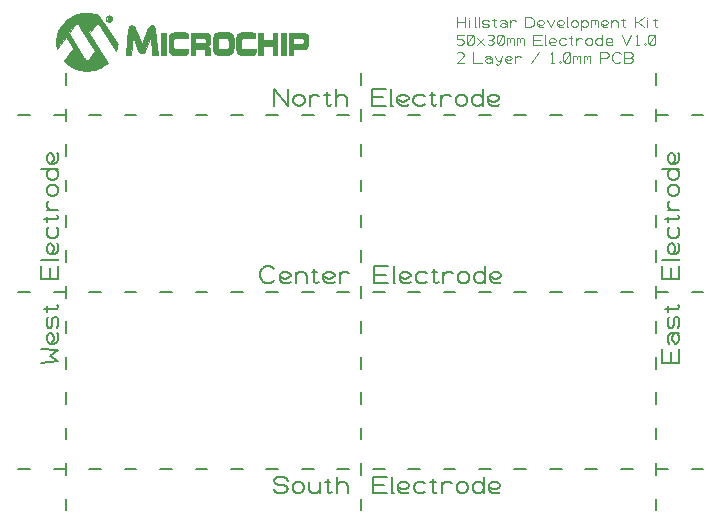
<source format=gbr>
G04 GENERATED BY PULSONIX 7.0 GERBER.DLL 4573*
%INHILLSTAR_50X30_EL_V1_0*%
%LNGERBER_SILKSCREEN_TOP*%
%FSLAX33Y33*%
%IPPOS*%
%LPD*%
%OFA0B0*%
%MOMM*%
%ADD15C,0.125*%
%ADD17C,0.200*%
%ADD1845C,0.010*%
X0Y0D02*
D02*
D15*
X137628Y147733D02*
X137628Y148615D01*
Y148174D02*
X138363Y148174D01*
Y147733D02*
X138363Y148615D01*
X138641Y147733D02*
X138641Y148321D01*
Y148541D02*
X138642Y148542D01*
X139252Y147733D02*
X139178Y147733D01*
Y148615*
X139564Y147733D02*
X139491Y147733D01*
Y148615*
X139803Y147806D02*
X139950Y147733D01*
X140244*
X140391Y147806*
Y147953*
X140244Y148027*
X139950*
X139803Y148100*
Y148247*
X139950Y148321*
X140244*
X140391Y148247*
X140653Y148321D02*
X140947Y148321D01*
X140800Y148468D02*
X140800Y147806D01*
X140874Y147733*
X140947*
X141021Y147806*
X141278Y148247D02*
X141425Y148321D01*
X141646*
X141793Y148247*
X141866Y148100*
Y147880*
X141793Y147806*
X141646Y147733*
X141499*
X141352Y147806*
X141278Y147880*
Y147953*
X141352Y148027*
X141499Y148100*
X141646*
X141793Y148027*
X141866Y147953*
Y147880D02*
X141866Y147733D01*
X142128D02*
X142128Y148321D01*
Y148100D02*
X142202Y148247D01*
X142349Y148321*
X142496*
X142643Y148247*
X143441Y147733D02*
X143441Y148615D01*
X143882*
X144029Y148541*
X144102Y148468*
X144176Y148321*
Y148027*
X144102Y147880*
X144029Y147806*
X143882Y147733*
X143441*
X145041Y147806D02*
X144968Y147733D01*
X144821*
X144674*
X144527Y147806*
X144453Y147953*
Y148174*
X144527Y148247*
X144674Y148321*
X144821*
X144968Y148247*
X145041Y148174*
Y148100*
X144968Y148027*
X144821Y147953*
X144674*
X144527Y148027*
X144453Y148100*
X145303Y148321D02*
X145597Y147733D01*
X145891Y148321*
X146741Y147806D02*
X146668Y147733D01*
X146521*
X146374*
X146227Y147806*
X146153Y147953*
Y148174*
X146227Y148247*
X146374Y148321*
X146521*
X146668Y148247*
X146741Y148174*
Y148100*
X146668Y148027*
X146521Y147953*
X146374*
X146227Y148027*
X146153Y148100*
X147077Y147733D02*
X147003Y147733D01*
Y148615*
X147316Y147953D02*
X147389Y147806D01*
X147536Y147733*
X147683*
X147830Y147806*
X147904Y147953*
Y148100*
X147830Y148247*
X147683Y148321*
X147536*
X147389Y148247*
X147316Y148100*
Y147953*
X148166Y148321D02*
X148166Y147512D01*
Y147953D02*
X148239Y147806D01*
X148386Y147733*
X148533*
X148680Y147806*
X148754Y147953*
Y148100*
X148680Y148247*
X148533Y148321*
X148386*
X148239Y148247*
X148166Y148100*
Y147953*
X149016Y147733D02*
X149016Y148321D01*
Y148247D02*
X149089Y148321D01*
X149236*
X149310Y148247*
Y148027*
Y148247D02*
X149383Y148321D01*
X149530*
X149604Y148247*
Y147733*
X150454Y147806D02*
X150380Y147733D01*
X150233*
X150086*
X149939Y147806*
X149866Y147953*
Y148174*
X149939Y148247*
X150086Y148321*
X150233*
X150380Y148247*
X150454Y148174*
Y148100*
X150380Y148027*
X150233Y147953*
X150086*
X149939Y148027*
X149866Y148100*
X150716Y147733D02*
X150716Y148321D01*
Y148100D02*
X150789Y148247D01*
X150936Y148321*
X151083*
X151230Y148247*
X151304Y148100*
Y147733*
X151566Y148321D02*
X151860Y148321D01*
X151713Y148468D02*
X151713Y147806D01*
X151786Y147733*
X151860*
X151933Y147806*
X152728Y147733D02*
X152728Y148615D01*
Y148174D02*
X152949Y148174D01*
X153463Y148615*
X152949Y148174D02*
X153463Y147733D01*
X153741D02*
X153741Y148321D01*
Y148541D02*
X153742Y148542D01*
X154278Y148321D02*
X154572Y148321D01*
X154425Y148468D02*
X154425Y147806D01*
X154499Y147733*
X154572*
X154646Y147806*
X137628Y146306D02*
X137775Y146233D01*
X137996*
X138143Y146306*
X138216Y146453*
Y146527*
X138143Y146674*
X137996Y146747*
X137628*
Y147115*
X138216*
X138552Y146306D02*
X138699Y146233D01*
X138846*
X138993Y146306*
X139066Y146453*
Y146894*
X138993Y147041*
X138846Y147115*
X138699*
X138552Y147041*
X138478Y146894*
Y146453*
X138552Y146306*
X138993Y147041*
X139328Y146233D02*
X139916Y146821D01*
Y146233D02*
X139328Y146821D01*
X140252Y146306D02*
X140399Y146233D01*
X140546*
X140693Y146306*
X140766Y146453*
X140693Y146600*
X140546Y146674*
X140399*
X140546D02*
X140693Y146747D01*
X140766Y146894*
X140693Y147041*
X140546Y147115*
X140399*
X140252Y147041*
X141102Y146306D02*
X141249Y146233D01*
X141396*
X141543Y146306*
X141616Y146453*
Y146894*
X141543Y147041*
X141396Y147115*
X141249*
X141102Y147041*
X141028Y146894*
Y146453*
X141102Y146306*
X141543Y147041*
X141878Y146233D02*
X141878Y146821D01*
Y146747D02*
X141952Y146821D01*
X142099*
X142172Y146747*
Y146527*
Y146747D02*
X142246Y146821D01*
X142393*
X142466Y146747*
Y146233*
X142728D02*
X142728Y146821D01*
Y146747D02*
X142802Y146821D01*
X142949*
X143022Y146747*
Y146527*
Y146747D02*
X143096Y146821D01*
X143243*
X143316Y146747*
Y146233*
X144116D02*
X144116Y147115D01*
X144851*
X144704Y146674D02*
X144116Y146674D01*
Y146233D02*
X144851Y146233D01*
X145202D02*
X145128Y146233D01*
Y147115*
X146029Y146306D02*
X145955Y146233D01*
X145808*
X145661*
X145514Y146306*
X145441Y146453*
Y146674*
X145514Y146747*
X145661Y146821*
X145808*
X145955Y146747*
X146029Y146674*
Y146600*
X145955Y146527*
X145808Y146453*
X145661*
X145514Y146527*
X145441Y146600*
X146879Y146747D02*
X146732Y146821D01*
X146511*
X146364Y146747*
X146291Y146600*
Y146453*
X146364Y146306*
X146511Y146233*
X146732*
X146879Y146306*
X147141Y146821D02*
X147435Y146821D01*
X147288Y146968D02*
X147288Y146306D01*
X147361Y146233*
X147435*
X147508Y146306*
X147766Y146233D02*
X147766Y146821D01*
Y146600D02*
X147839Y146747D01*
X147986Y146821*
X148133*
X148280Y146747*
X148541Y146453D02*
X148614Y146306D01*
X148761Y146233*
X148908*
X149055Y146306*
X149129Y146453*
Y146600*
X149055Y146747*
X148908Y146821*
X148761*
X148614Y146747*
X148541Y146600*
Y146453*
X149979Y146600D02*
X149905Y146747D01*
X149758Y146821*
X149611*
X149464Y146747*
X149391Y146600*
Y146453*
X149464Y146306*
X149611Y146233*
X149758*
X149905Y146306*
X149979Y146453*
Y146233D02*
X149979Y147115D01*
X150829Y146306D02*
X150755Y146233D01*
X150608*
X150461*
X150314Y146306*
X150241Y146453*
Y146674*
X150314Y146747*
X150461Y146821*
X150608*
X150755Y146747*
X150829Y146674*
Y146600*
X150755Y146527*
X150608Y146453*
X150461*
X150314Y146527*
X150241Y146600*
X151628Y147115D02*
X151996Y146233D01*
X152363Y147115*
X152788Y146233D02*
X153082Y146233D01*
X152935D02*
X152935Y147115D01*
X152788Y146968*
X153564Y146233D02*
X153638Y146306D01*
X153564Y146380*
X153491Y146306*
X153564Y146233*
X153952Y146306D02*
X154099Y146233D01*
X154246*
X154393Y146306*
X154466Y146453*
Y146894*
X154393Y147041*
X154246Y147115*
X154099*
X153952Y147041*
X153878Y146894*
Y146453*
X153952Y146306*
X154393Y147041*
X138216Y144733D02*
X137628Y144733D01*
X138143Y145247*
X138216Y145394*
X138143Y145541*
X137996Y145615*
X137775*
X137628Y145541*
X139016Y145615D02*
X139016Y144733D01*
X139751*
X140028Y145247D02*
X140175Y145321D01*
X140396*
X140543Y145247*
X140616Y145100*
Y144880*
X140543Y144806*
X140396Y144733*
X140249*
X140102Y144806*
X140028Y144880*
Y144953*
X140102Y145027*
X140249Y145100*
X140396*
X140543Y145027*
X140616Y144953*
Y144880D02*
X140616Y144733D01*
X140878Y145321D02*
X140952Y145027D01*
X141099Y144880*
X141246*
X141393Y145027*
X141466Y145321*
X141393Y145027D02*
X141319Y144733D01*
X141246Y144586*
X141099Y144512*
X140952Y144586*
X142316Y144806D02*
X142243Y144733D01*
X142096*
X141949*
X141802Y144806*
X141728Y144953*
Y145174*
X141802Y145247*
X141949Y145321*
X142096*
X142243Y145247*
X142316Y145174*
Y145100*
X142243Y145027*
X142096Y144953*
X141949*
X141802Y145027*
X141728Y145100*
X142578Y144733D02*
X142578Y145321D01*
Y145100D02*
X142652Y145247D01*
X142799Y145321*
X142946*
X143093Y145247*
X143891Y144733D02*
X144626Y145615D01*
X145588Y144733D02*
X145882Y144733D01*
X145735D02*
X145735Y145615D01*
X145588Y145468*
X146364Y144733D02*
X146438Y144806D01*
X146364Y144880*
X146291Y144806*
X146364Y144733*
X146752Y144806D02*
X146899Y144733D01*
X147046*
X147193Y144806*
X147266Y144953*
Y145394*
X147193Y145541*
X147046Y145615*
X146899*
X146752Y145541*
X146678Y145394*
Y144953*
X146752Y144806*
X147193Y145541*
X147528Y144733D02*
X147528Y145321D01*
Y145247D02*
X147602Y145321D01*
X147749*
X147822Y145247*
Y145027*
Y145247D02*
X147896Y145321D01*
X148043*
X148116Y145247*
Y144733*
X148378D02*
X148378Y145321D01*
Y145247D02*
X148452Y145321D01*
X148599*
X148672Y145247*
Y145027*
Y145247D02*
X148746Y145321D01*
X148893*
X148966Y145247*
Y144733*
X149766D02*
X149766Y145615D01*
X150280*
X150427Y145541*
X150501Y145394*
X150427Y145247*
X150280Y145174*
X149766*
X151513Y144880D02*
X151440Y144806D01*
X151293Y144733*
X151072*
X150925Y144806*
X150852Y144880*
X150778Y145027*
Y145321*
X150852Y145468*
X150925Y145541*
X151072Y145615*
X151293*
X151440Y145541*
X151513Y145468*
X152305Y145174D02*
X152452Y145100D01*
X152526Y144953*
X152452Y144806*
X152305Y144733*
X151791*
Y145615*
X152305*
X152452Y145541*
X152526Y145394*
X152452Y145247*
X152305Y145174*
X151791*
D02*
D17*
X100528Y110337D02*
X101528D01*
X103528D02*
X104528D01*
X106528D02*
X107528D01*
X109528D02*
X110528D01*
X112528D02*
X113528D01*
X115528D02*
X116528D01*
X118528D02*
X119528D01*
X121528D02*
X122528D01*
X124528D02*
X125528D01*
X127528D02*
X128528D01*
X130528D02*
X131528D01*
X133528D02*
X134528D01*
X136528D02*
X137528D01*
X139528D02*
X140528D01*
X142528D02*
X143528D01*
X145528D02*
X146528D01*
X148528D02*
X149528D01*
X151528D02*
X152528D01*
X154528D02*
X155528D01*
X157528D02*
X158528D01*
X100528Y125337D02*
X101528D01*
X103528D02*
X104528D01*
X106528D02*
X107528D01*
X109528D02*
X110528D01*
X112528D02*
X113528D01*
X115528D02*
X116528D01*
X118528D02*
X119528D01*
X121528D02*
X122528D01*
X124528D02*
X125528D01*
X127528D02*
X128528D01*
X130528D02*
X131528D01*
X133528D02*
X134528D01*
X136528D02*
X137528D01*
X139528D02*
X140528D01*
X142528D02*
X143528D01*
X145528D02*
X146528D01*
X148528D02*
X149528D01*
X151528D02*
X152528D01*
X154528D02*
X155528D01*
X157528D02*
X158528D01*
X100528Y140337D02*
X101528D01*
X103528D02*
X104528D01*
X106528D02*
X107528D01*
X109528D02*
X110528D01*
X112528D02*
X113528D01*
X115528D02*
X116528D01*
X118528D02*
X119528D01*
X121528D02*
X122528D01*
X124528D02*
X125528D01*
X127528D02*
X128528D01*
X130528D02*
X131528D01*
X133528D02*
X134528D01*
X136528D02*
X137528D01*
X139528D02*
X140528D01*
X142528D02*
X143528D01*
X145528D02*
X146528D01*
X148528D02*
X149528D01*
X151528D02*
X152528D01*
X154528D02*
X155528D01*
X157528D02*
X158528D01*
X102463Y119327D02*
X103875Y119445D01*
X103169Y119915*
X103875Y120386*
X102463Y120503*
X103758Y121888D02*
X103875Y121771D01*
Y121535*
Y121300*
X103758Y121065*
X103522Y120947*
X103169*
X103052Y121065*
X102934Y121300*
Y121535*
X103052Y121771*
X103169Y121888*
X103287*
X103405Y121771*
X103522Y121535*
Y121300*
X103405Y121065*
X103287Y120947*
X103758Y122307D02*
X103875Y122542D01*
Y123013*
X103758Y123248*
X103522*
X103405Y123013*
Y122542*
X103287Y122307*
X103052*
X102934Y122542*
Y123013*
X103052Y123248*
X102934Y123667D02*
X102934Y124138D01*
X102699Y123902D02*
X103758Y123902D01*
X103875Y124020*
Y124138*
X103758Y124255*
X103875Y126387D02*
X102463Y126387D01*
Y127563*
X103169Y127328D02*
X103169Y126387D01*
X103875D02*
X103875Y127563D01*
Y128125D02*
X103875Y128007D01*
X102463*
X103758Y129448D02*
X103875Y129331D01*
Y129095*
Y128860*
X103758Y128625*
X103522Y128507*
X103169*
X103052Y128625*
X102934Y128860*
Y129095*
X103052Y129331*
X103169Y129448*
X103287*
X103405Y129331*
X103522Y129095*
Y128860*
X103405Y128625*
X103287Y128507*
X103052Y130808D02*
X102934Y130573D01*
Y130220*
X103052Y129985*
X103287Y129867*
X103522*
X103758Y129985*
X103875Y130220*
Y130573*
X103758Y130808*
X102934Y131227D02*
X102934Y131698D01*
X102699Y131462D02*
X103758Y131462D01*
X103875Y131580*
Y131698*
X103758Y131815*
X103875Y132227D02*
X102934Y132227D01*
X103287D02*
X103052Y132345D01*
X102934Y132580*
Y132815*
X103052Y133051*
X103522Y133467D02*
X103758Y133585D01*
X103875Y133820*
Y134055*
X103758Y134291*
X103522Y134408*
X103287*
X103052Y134291*
X102934Y134055*
Y133820*
X103052Y133585*
X103287Y133467*
X103522*
X103287Y135768D02*
X103052Y135651D01*
X102934Y135415*
Y135180*
X103052Y134945*
X103287Y134827*
X103522*
X103758Y134945*
X103875Y135180*
Y135415*
X103758Y135651*
X103522Y135768*
X103875D02*
X102463Y135768D01*
X103758Y137128D02*
X103875Y137011D01*
Y136775*
Y136540*
X103758Y136305*
X103522Y136187*
X103169*
X103052Y136305*
X102934Y136540*
Y136775*
X103052Y137011*
X103169Y137128*
X103287*
X103405Y137011*
X103522Y136775*
Y136540*
X103405Y136305*
X103287Y136187*
X104528Y106837D02*
Y107837D01*
Y109837D02*
Y110837D01*
Y112837D02*
Y113837D01*
Y115837D02*
Y116837D01*
Y118837D02*
Y119837D01*
Y121837D02*
Y122837D01*
Y124837D02*
Y125837D01*
Y127837D02*
Y128837D01*
Y130837D02*
Y131837D01*
Y133837D02*
Y134837D01*
Y136837D02*
Y137837D01*
Y139837D02*
Y140837D01*
Y142837D02*
Y143837D01*
X129528Y106837D02*
Y107837D01*
Y109837D02*
Y110837D01*
Y112837D02*
Y113837D01*
Y115837D02*
Y116837D01*
Y118837D02*
Y119837D01*
Y121837D02*
Y122837D01*
Y124837D02*
Y125837D01*
Y127837D02*
Y128837D01*
Y130837D02*
Y131837D01*
Y133837D02*
Y134837D01*
Y136837D02*
Y137837D01*
Y139837D02*
Y140837D01*
Y142837D02*
Y143837D01*
X122195Y126325D02*
X122077Y126208D01*
X121842Y126090*
X121489*
X121253Y126208*
X121136Y126325*
X121018Y126561*
Y127031*
X121136Y127266*
X121253Y127384*
X121489Y127502*
X121842*
X122077Y127384*
X122195Y127266*
X123579Y126208D02*
X123462Y126090D01*
X123226*
X122991*
X122756Y126208*
X122638Y126443*
Y126796*
X122756Y126913*
X122991Y127031*
X123226*
X123462Y126913*
X123579Y126796*
Y126678*
X123462Y126561*
X123226Y126443*
X122991*
X122756Y126561*
X122638Y126678*
X123998Y126090D02*
X123998Y127031D01*
Y126678D02*
X124116Y126913D01*
X124351Y127031*
X124586*
X124822Y126913*
X124939Y126678*
Y126090*
X125358Y127031D02*
X125829Y127031D01*
X125593Y127266D02*
X125593Y126208D01*
X125711Y126090*
X125829*
X125946Y126208*
X127299D02*
X127182Y126090D01*
X126946*
X126711*
X126476Y126208*
X126358Y126443*
Y126796*
X126476Y126913*
X126711Y127031*
X126946*
X127182Y126913*
X127299Y126796*
Y126678*
X127182Y126561*
X126946Y126443*
X126711*
X126476Y126561*
X126358Y126678*
X127718Y126090D02*
X127718Y127031D01*
Y126678D02*
X127836Y126913D01*
X128071Y127031*
X128306*
X128542Y126913*
X130678Y126090D02*
X130678Y127502D01*
X131855*
X131619Y126796D02*
X130678Y126796D01*
Y126090D02*
X131855Y126090D01*
X132416D02*
X132298Y126090D01*
Y127502*
X133739Y126208D02*
X133622Y126090D01*
X133386*
X133151*
X132916Y126208*
X132798Y126443*
Y126796*
X132916Y126913*
X133151Y127031*
X133386*
X133622Y126913*
X133739Y126796*
Y126678*
X133622Y126561*
X133386Y126443*
X133151*
X132916Y126561*
X132798Y126678*
X135099Y126913D02*
X134864Y127031D01*
X134511*
X134276Y126913*
X134158Y126678*
Y126443*
X134276Y126208*
X134511Y126090*
X134864*
X135099Y126208*
X135518Y127031D02*
X135989Y127031D01*
X135753Y127266D02*
X135753Y126208D01*
X135871Y126090*
X135989*
X136106Y126208*
X136518Y126090D02*
X136518Y127031D01*
Y126678D02*
X136636Y126913D01*
X136871Y127031*
X137106*
X137342Y126913*
X137758Y126443D02*
X137876Y126208D01*
X138111Y126090*
X138346*
X138582Y126208*
X138699Y126443*
Y126678*
X138582Y126913*
X138346Y127031*
X138111*
X137876Y126913*
X137758Y126678*
Y126443*
X140059Y126678D02*
X139942Y126913D01*
X139706Y127031*
X139471*
X139236Y126913*
X139118Y126678*
Y126443*
X139236Y126208*
X139471Y126090*
X139706*
X139942Y126208*
X140059Y126443*
Y126090D02*
X140059Y127502D01*
X141419Y126208D02*
X141302Y126090D01*
X141066*
X140831*
X140596Y126208*
X140478Y126443*
Y126796*
X140596Y126913*
X140831Y127031*
X141066*
X141302Y126913*
X141419Y126796*
Y126678*
X141302Y126561*
X141066Y126443*
X140831*
X140596Y126561*
X140478Y126678*
X122138Y108643D02*
X122256Y108408D01*
X122491Y108290*
X122962*
X123197Y108408*
X123315Y108643*
X123197Y108878*
X122962Y108996*
X122491*
X122256Y109113*
X122138Y109349*
X122256Y109584*
X122491Y109702*
X122962*
X123197Y109584*
X123315Y109349*
X123758Y108643D02*
X123876Y108408D01*
X124111Y108290*
X124346*
X124582Y108408*
X124699Y108643*
Y108878*
X124582Y109113*
X124346Y109231*
X124111*
X123876Y109113*
X123758Y108878*
Y108643*
X125118Y109231D02*
X125118Y108643D01*
X125236Y108408*
X125471Y108290*
X125706*
X125942Y108408*
X126059Y108643*
Y109231D02*
X126059Y108290D01*
X126478Y109231D02*
X126949Y109231D01*
X126713Y109466D02*
X126713Y108408D01*
X126831Y108290*
X126949*
X127066Y108408*
X127478Y108290D02*
X127478Y109702D01*
Y108878D02*
X127596Y109113D01*
X127831Y109231*
X128066*
X128302Y109113*
X128419Y108878*
Y108290*
X130558D02*
X130558Y109702D01*
X131735*
X131499Y108996D02*
X130558Y108996D01*
Y108290D02*
X131735Y108290D01*
X132296D02*
X132178Y108290D01*
Y109702*
X133619Y108408D02*
X133502Y108290D01*
X133266*
X133031*
X132796Y108408*
X132678Y108643*
Y108996*
X132796Y109113*
X133031Y109231*
X133266*
X133502Y109113*
X133619Y108996*
Y108878*
X133502Y108761*
X133266Y108643*
X133031*
X132796Y108761*
X132678Y108878*
X134979Y109113D02*
X134744Y109231D01*
X134391*
X134156Y109113*
X134038Y108878*
Y108643*
X134156Y108408*
X134391Y108290*
X134744*
X134979Y108408*
X135398Y109231D02*
X135869Y109231D01*
X135633Y109466D02*
X135633Y108408D01*
X135751Y108290*
X135869*
X135986Y108408*
X136398Y108290D02*
X136398Y109231D01*
Y108878D02*
X136516Y109113D01*
X136751Y109231*
X136986*
X137222Y109113*
X137638Y108643D02*
X137756Y108408D01*
X137991Y108290*
X138226*
X138462Y108408*
X138579Y108643*
Y108878*
X138462Y109113*
X138226Y109231*
X137991*
X137756Y109113*
X137638Y108878*
Y108643*
X139939Y108878D02*
X139822Y109113D01*
X139586Y109231*
X139351*
X139116Y109113*
X138998Y108878*
Y108643*
X139116Y108408*
X139351Y108290*
X139586*
X139822Y108408*
X139939Y108643*
Y108290D02*
X139939Y109702D01*
X141299Y108408D02*
X141182Y108290D01*
X140946*
X140711*
X140476Y108408*
X140358Y108643*
Y108996*
X140476Y109113*
X140711Y109231*
X140946*
X141182Y109113*
X141299Y108996*
Y108878*
X141182Y108761*
X140946Y108643*
X140711*
X140476Y108761*
X140358Y108878*
X122198Y141090D02*
X122198Y142502D01*
X123375Y141090*
Y142502*
X123818Y141443D02*
X123936Y141208D01*
X124171Y141090*
X124406*
X124642Y141208*
X124759Y141443*
Y141678*
X124642Y141913*
X124406Y142031*
X124171*
X123936Y141913*
X123818Y141678*
Y141443*
X125178Y141090D02*
X125178Y142031D01*
Y141678D02*
X125296Y141913D01*
X125531Y142031*
X125766*
X126002Y141913*
X126418Y142031D02*
X126889Y142031D01*
X126653Y142266D02*
X126653Y141208D01*
X126771Y141090*
X126889*
X127006Y141208*
X127418Y141090D02*
X127418Y142502D01*
Y141678D02*
X127536Y141913D01*
X127771Y142031*
X128006*
X128242Y141913*
X128359Y141678*
Y141090*
X130498D02*
X130498Y142502D01*
X131675*
X131439Y141796D02*
X130498Y141796D01*
Y141090D02*
X131675Y141090D01*
X132236D02*
X132118Y141090D01*
Y142502*
X133559Y141208D02*
X133442Y141090D01*
X133206*
X132971*
X132736Y141208*
X132618Y141443*
Y141796*
X132736Y141913*
X132971Y142031*
X133206*
X133442Y141913*
X133559Y141796*
Y141678*
X133442Y141561*
X133206Y141443*
X132971*
X132736Y141561*
X132618Y141678*
X134919Y141913D02*
X134684Y142031D01*
X134331*
X134096Y141913*
X133978Y141678*
Y141443*
X134096Y141208*
X134331Y141090*
X134684*
X134919Y141208*
X135338Y142031D02*
X135809Y142031D01*
X135573Y142266D02*
X135573Y141208D01*
X135691Y141090*
X135809*
X135926Y141208*
X136338Y141090D02*
X136338Y142031D01*
Y141678D02*
X136456Y141913D01*
X136691Y142031*
X136926*
X137162Y141913*
X137578Y141443D02*
X137696Y141208D01*
X137931Y141090*
X138166*
X138402Y141208*
X138519Y141443*
Y141678*
X138402Y141913*
X138166Y142031*
X137931*
X137696Y141913*
X137578Y141678*
Y141443*
X139879Y141678D02*
X139762Y141913D01*
X139526Y142031*
X139291*
X139056Y141913*
X138938Y141678*
Y141443*
X139056Y141208*
X139291Y141090*
X139526*
X139762Y141208*
X139879Y141443*
Y141090D02*
X139879Y142502D01*
X141239Y141208D02*
X141122Y141090D01*
X140886*
X140651*
X140416Y141208*
X140298Y141443*
Y141796*
X140416Y141913*
X140651Y142031*
X140886*
X141122Y141913*
X141239Y141796*
Y141678*
X141122Y141561*
X140886Y141443*
X140651*
X140416Y141561*
X140298Y141678*
X154528Y106837D02*
Y107837D01*
Y109837D02*
Y110837D01*
Y112837D02*
Y113837D01*
Y115837D02*
Y116837D01*
Y118837D02*
Y119837D01*
Y121837D02*
Y122837D01*
Y124837D02*
Y125837D01*
Y127837D02*
Y128837D01*
Y130837D02*
Y131837D01*
Y133837D02*
Y134837D01*
Y136837D02*
Y137837D01*
Y139837D02*
Y140837D01*
Y142837D02*
Y143837D01*
X156475Y119327D02*
X155063Y119327D01*
Y120503*
X155769Y120268D02*
X155769Y119327D01*
X156475D02*
X156475Y120503D01*
X155652Y120947D02*
X155534Y121182D01*
Y121535*
X155652Y121771*
X155887Y121888*
X156240*
X156358Y121771*
X156475Y121535*
Y121300*
X156358Y121065*
X156240Y120947*
X156122*
X156005Y121065*
X155887Y121300*
Y121535*
X156005Y121771*
X156122Y121888*
X156240D02*
X156475Y121888D01*
X156358Y122307D02*
X156475Y122542D01*
Y123013*
X156358Y123248*
X156122*
X156005Y123013*
Y122542*
X155887Y122307*
X155652*
X155534Y122542*
Y123013*
X155652Y123248*
X155534Y123667D02*
X155534Y124138D01*
X155299Y123902D02*
X156358Y123902D01*
X156475Y124020*
Y124138*
X156358Y124255*
X156475Y126387D02*
X155063Y126387D01*
Y127563*
X155769Y127328D02*
X155769Y126387D01*
X156475D02*
X156475Y127563D01*
Y128125D02*
X156475Y128007D01*
X155063*
X156358Y129448D02*
X156475Y129331D01*
Y129095*
Y128860*
X156358Y128625*
X156122Y128507*
X155769*
X155652Y128625*
X155534Y128860*
Y129095*
X155652Y129331*
X155769Y129448*
X155887*
X156005Y129331*
X156122Y129095*
Y128860*
X156005Y128625*
X155887Y128507*
X155652Y130808D02*
X155534Y130573D01*
Y130220*
X155652Y129985*
X155887Y129867*
X156122*
X156358Y129985*
X156475Y130220*
Y130573*
X156358Y130808*
X155534Y131227D02*
X155534Y131698D01*
X155299Y131462D02*
X156358Y131462D01*
X156475Y131580*
Y131698*
X156358Y131815*
X156475Y132227D02*
X155534Y132227D01*
X155887D02*
X155652Y132345D01*
X155534Y132580*
Y132815*
X155652Y133051*
X156122Y133467D02*
X156358Y133585D01*
X156475Y133820*
Y134055*
X156358Y134291*
X156122Y134408*
X155887*
X155652Y134291*
X155534Y134055*
Y133820*
X155652Y133585*
X155887Y133467*
X156122*
X155887Y135768D02*
X155652Y135651D01*
X155534Y135415*
Y135180*
X155652Y134945*
X155887Y134827*
X156122*
X156358Y134945*
X156475Y135180*
Y135415*
X156358Y135651*
X156122Y135768*
X156475D02*
X155063Y135768D01*
X156358Y137128D02*
X156475Y137011D01*
Y136775*
Y136540*
X156358Y136305*
X156122Y136187*
X155769*
X155652Y136305*
X155534Y136540*
Y136775*
X155652Y137011*
X155769Y137128*
X155887*
X156005Y137011*
X156122Y136775*
Y136540*
X156005Y136305*
X155887Y136187*
D02*
D1845*
X108243Y148705D02*
G75*
G03Y148139J-283D01*
G01*
G75*
G03Y148705J283*
G01*
X108242Y148658D02*
G75*
G03Y148186J-236D01*
G01*
G75*
G03Y148658J236*
G01*
X107960Y148422D02*
G36*
G75*
G03X108243Y148139I283D01*
G01*
G75*
G03X108526Y148422J283*
G01*
X108478*
G75*
G02X108242Y148186I-236*
G01*
G75*
G02X108006Y148422J236*
G01*
X107960*
G37*
X108006D02*
G36*
G75*
G02X108242Y148658I236D01*
G01*
G75*
G02X108478Y148422J-236*
G01*
X108526*
G75*
G03X108243Y148705I-283*
G01*
G75*
G03X107960Y148422J-283*
G01*
X108006*
G37*
X108374Y148267D02*
X108284Y148407D01*
X108324Y148417*
X108349Y148432*
X108364Y148462*
X108369Y148497*
X108364Y148532*
X108344Y148562*
X108309Y148577*
X108259Y148582*
X108134*
Y148267*
X108179*
Y148402*
X108239*
X108319Y148267*
X108374*
X108314Y148497D02*
X108309Y148477D01*
X108294Y148462*
X108274Y148447*
X108239Y148442*
X108179*
Y148547*
X108249*
X108279Y148542*
X108299Y148532*
X108314Y148517*
Y148497*
X108134Y148495D02*
G36*
Y148267D01*
X108179*
Y148402*
X108239*
X108319Y148267*
X108374*
X108284Y148407*
X108324Y148417*
X108349Y148432*
X108364Y148462*
X108369Y148495*
X108313*
X108309Y148477*
X108294Y148462*
X108274Y148447*
X108239Y148442*
X108179*
Y148495*
X108134*
G37*
X108179D02*
G36*
Y148547D01*
X108249*
X108279Y148542*
X108299Y148532*
X108314Y148517*
Y148497*
X108313Y148495*
X108369*
X108369Y148497*
X108364Y148532*
X108344Y148562*
X108309Y148577*
X108259Y148582*
X108134*
Y148495*
X108179*
G37*
X108924Y146312D02*
X108914Y146222D01*
X108904Y146142*
X108889Y146077*
X108879Y146027*
X108864Y145977*
X108844Y145912*
X108819Y145832*
X108789Y145737*
X107454Y147837*
X107424Y147877*
X107394Y147912*
X107364Y147942*
X107334Y147967*
X107274Y147997*
X107239Y148002*
X107209Y148007*
X107149Y147992*
X107094Y147962*
X107039Y147917*
X106984Y147847*
X106544Y147227*
X108109Y144747*
X107909Y144587*
X107804Y144512*
X107594Y144382*
X107484Y144327*
X107374Y144277*
X107144Y144187*
X107024Y144152*
X106904Y144122*
X106784Y144102*
X106659Y144082*
X106534Y144067*
X106274Y144057*
X106139Y144062*
X106009Y144067*
X105879Y144087*
X105754Y144107*
X105629Y144132*
X105509Y144167*
X105389Y144207*
X105269Y144257*
X105154Y144307*
X105044Y144367*
X104934Y144432*
X104824Y144502*
X104719Y144582*
X104614Y144667*
X104514Y144757*
X104414Y144852*
X105094Y145787*
X105114Y145827*
X105129Y145867*
X105139Y145957*
X105129Y145987*
X105114Y146027*
X105089Y146072*
X105059Y146127*
X104559Y146912*
X103824Y145877*
X103784Y146037*
X103754Y146202*
X103739Y146377*
X103734Y146552*
X103744Y146792*
X103759Y146907*
X103779Y147022*
X103804Y147132*
X103834Y147242*
X103874Y147352*
X103914Y147457*
X103964Y147557*
X104014Y147662*
X104074Y147757*
X104139Y147857*
X104209Y147952*
X104284Y148042*
X104454Y148222*
X104554Y148312*
X104654Y148397*
X104754Y148472*
X104859Y148547*
X104969Y148612*
X105084Y148672*
X105194Y148727*
X105314Y148777*
X105434Y148822*
X105559Y148857*
X105684Y148887*
X105814Y148917*
X105944Y148937*
X106079Y148952*
X106359Y148962*
X106479Y148957*
X106604Y148947*
X106729Y148927*
X106859Y148902*
X106989Y148867*
X107124Y148827*
X107259Y148777*
X107394Y148722*
X108924Y146312*
X107020Y145761D02*
X105700Y147846D01*
X105675Y147886*
X105645Y147921*
X105620Y147951*
X105560Y147991*
X105525Y148006*
X105495Y148011*
X105460Y148016*
X105405Y148006*
X105345Y147976*
X105290Y147926*
X105230Y147856*
X104790Y147236*
X106120Y145151*
X106150Y145106*
X106180Y145066*
X106205Y145031*
X106230Y145006*
X106255Y144986*
X106280Y144971*
X106305Y144961*
X106325Y144956*
X106395Y144966*
X106455Y144991*
X106510Y145036*
X106560Y145096*
X107020Y145761*
X104830Y146486D02*
G36*
X105059Y146127D01*
X105089Y146072*
X105114Y146027*
X105129Y145987*
X105139Y145957*
X105129Y145867*
X105114Y145827*
X105094Y145787*
X104414Y144852*
X104514Y144757*
X104614Y144667*
X104719Y144582*
X104824Y144502*
X104934Y144432*
X105044Y144367*
X105154Y144307*
X105269Y144257*
X105389Y144207*
X105509Y144167*
X105629Y144132*
X105754Y144107*
X105879Y144087*
X106009Y144067*
X106139Y144062*
X106274Y144057*
X106534Y144067*
X106659Y144082*
X106784Y144102*
X106904Y144122*
X107024Y144152*
X107144Y144187*
X107374Y144277*
X107484Y144327*
X107594Y144382*
X107804Y144512*
X107909Y144587*
X108109Y144747*
X107012Y146486*
X106561*
X107020Y145761*
X106560Y145096*
X106510Y145036*
X106455Y144991*
X106395Y144966*
X106325Y144956*
X106305Y144961*
X106280Y144971*
X106255Y144986*
X106230Y145006*
X106205Y145031*
X106180Y145066*
X106150Y145106*
X106120Y145151*
X105268Y146486*
X104830*
G37*
X105268D02*
G36*
X104790Y147236D01*
X105230Y147856*
X105290Y147926*
X105345Y147976*
X105405Y148006*
X105460Y148016*
X105495Y148011*
X105525Y148006*
X105560Y147991*
X105620Y147951*
X105645Y147921*
X105675Y147886*
X105700Y147846*
X106561Y146486*
X107012*
X106544Y147227*
X106984Y147847*
X107039Y147917*
X107094Y147962*
X107149Y147992*
X107209Y148007*
X107239Y148002*
X107274Y147997*
X107334Y147967*
X107364Y147942*
X107394Y147912*
X107424Y147877*
X107454Y147837*
X108789Y145737*
X108819Y145832*
X108844Y145912*
X108864Y145977*
X108879Y146027*
X108889Y146077*
X108904Y146142*
X108914Y146222*
X108924Y146312*
X107394Y148722*
X107259Y148777*
X107124Y148827*
X106989Y148867*
X106859Y148902*
X106729Y148927*
X106604Y148947*
X106479Y148957*
X106359Y148962*
X106079Y148952*
X105944Y148937*
X105814Y148917*
X105684Y148887*
X105559Y148857*
X105434Y148822*
X105314Y148777*
X105194Y148727*
X105084Y148672*
X104969Y148612*
X104859Y148547*
X104754Y148472*
X104654Y148397*
X104554Y148312*
X104454Y148222*
X104284Y148042*
X104209Y147952*
X104139Y147857*
X104074Y147757*
X104014Y147662*
X103964Y147557*
X103914Y147457*
X103874Y147352*
X103834Y147242*
X103804Y147132*
X103779Y147022*
X103759Y146907*
X103744Y146792*
X103734Y146552*
X103739Y146377*
X103754Y146202*
X103784Y146037*
X103824Y145877*
X104559Y146912*
X104830Y146486*
X105268*
G37*
X112329Y145422D02*
X111874D01*
X111744Y146992*
X111739*
X111259Y145737*
X111234Y145687*
X111209Y145647*
X111179Y145607*
X111144Y145577*
X111109Y145552*
X111069Y145537*
X111024Y145527*
X110974Y145522*
X110924Y145527*
X110879Y145537*
X110839Y145552*
X110804Y145577*
X110769Y145607*
X110739Y145647*
X110714Y145687*
X110689Y145737*
X110219Y146972*
X110214*
X110079Y145422*
X109614*
X109849Y147627*
X109859Y147677*
X109879Y147722*
X109904Y147767*
X109934Y147807*
X109974Y147847*
X110014Y147872*
X110059Y147887*
X110104Y147892*
X110164Y147887*
X110214Y147877*
X110264Y147857*
X110309Y147832*
X110349Y147797*
X110384Y147752*
X110414Y147707*
X110439Y147647*
X110974Y146307*
X110979*
X111509Y147647*
X111534Y147707*
X111604Y147797*
X111644Y147832*
X111684Y147857*
X111734Y147877*
X111784Y147887*
X111844Y147892*
X111889Y147887*
X111934Y147872*
X111974Y147842*
X112014Y147807*
X112044Y147762*
X112069Y147712*
X112089Y147662*
X112099Y147602*
X112329Y145422*
G36*
X111874*
X111744Y146992*
X111739*
X111259Y145737*
X111234Y145687*
X111209Y145647*
X111179Y145607*
X111144Y145577*
X111109Y145552*
X111069Y145537*
X111024Y145527*
X110974Y145522*
X110924Y145527*
X110879Y145537*
X110839Y145552*
X110804Y145577*
X110769Y145607*
X110739Y145647*
X110714Y145687*
X110689Y145737*
X110219Y146972*
X110214*
X110079Y145422*
X109614*
X109849Y147627*
X109859Y147677*
X109879Y147722*
X109904Y147767*
X109934Y147807*
X109974Y147847*
X110014Y147872*
X110059Y147887*
X110104Y147892*
X110164Y147887*
X110214Y147877*
X110264Y147857*
X110309Y147832*
X110349Y147797*
X110384Y147752*
X110414Y147707*
X110439Y147647*
X110974Y146307*
X110979*
X111509Y147647*
X111534Y147707*
X111604Y147797*
X111644Y147832*
X111684Y147857*
X111734Y147877*
X111784Y147887*
X111844Y147892*
X111889Y147887*
X111934Y147872*
X111974Y147842*
X112014Y147807*
X112044Y147762*
X112069Y147712*
X112089Y147662*
X112099Y147602*
X112329Y145422*
G37*
X112999D02*
X112574D01*
Y147287*
X112999*
Y145422*
G36*
X112574*
Y147287*
X112999*
Y145422*
G37*
X114899Y145882D02*
Y145812D01*
X114894Y145752*
X114889Y145697*
X114884Y145647*
X114879Y145607*
X114869Y145572*
X114859Y145542*
X114844Y145517*
X114824Y145492*
X114794Y145467*
X114764Y145447*
X114724Y145432*
X114679Y145417*
X114629Y145407*
X114569Y145402*
X113799*
X113674Y145407*
X113569Y145427*
X113484Y145462*
X113414Y145507*
X113374Y145552*
X113339Y145602*
X113309Y145662*
X113284Y145727*
X113264Y145802*
X113249Y145887*
X113244Y145977*
X113239Y146077*
Y146632*
X113244Y146722*
X113249Y146807*
X113259Y146887*
X113274Y146957*
X113294Y147017*
X113314Y147072*
X113344Y147122*
X113374Y147162*
X113409Y147197*
X113449Y147227*
X113494Y147252*
X113544Y147272*
X113604Y147287*
X113664Y147297*
X113729Y147307*
X114614*
X114664Y147302*
X114709Y147292*
X114749Y147272*
X114784Y147252*
X114814Y147227*
X114834Y147197*
X114854Y147162*
X114864Y147122*
X114874Y147067*
X114879Y146997*
X114884Y146917*
Y146817*
X113879*
X113804Y146812*
X113749Y146792*
X113704Y146757*
X113674Y146707*
X113659Y146662*
X113649Y146607*
X113644Y146537*
Y146192*
X113649Y146132*
X113654Y146082*
X113659Y146037*
X113669Y146002*
X113684Y145972*
X113699Y145947*
X113714Y145927*
X113744Y145907*
X113779Y145892*
X113819Y145882*
X114899*
G36*
Y145812*
X114894Y145752*
X114889Y145697*
X114884Y145647*
X114879Y145607*
X114869Y145572*
X114859Y145542*
X114844Y145517*
X114824Y145492*
X114794Y145467*
X114764Y145447*
X114724Y145432*
X114679Y145417*
X114629Y145407*
X114569Y145402*
X113799*
X113674Y145407*
X113569Y145427*
X113484Y145462*
X113414Y145507*
X113374Y145552*
X113339Y145602*
X113309Y145662*
X113284Y145727*
X113264Y145802*
X113249Y145887*
X113244Y145977*
X113239Y146077*
Y146632*
X113244Y146722*
X113249Y146807*
X113259Y146887*
X113274Y146957*
X113294Y147017*
X113314Y147072*
X113344Y147122*
X113374Y147162*
X113409Y147197*
X113449Y147227*
X113494Y147252*
X113544Y147272*
X113604Y147287*
X113664Y147297*
X113729Y147307*
X114614*
X114664Y147302*
X114709Y147292*
X114749Y147272*
X114784Y147252*
X114814Y147227*
X114834Y147197*
X114854Y147162*
X114864Y147122*
X114874Y147067*
X114879Y146997*
X114884Y146917*
Y146817*
X113879*
X113804Y146812*
X113749Y146792*
X113704Y146757*
X113674Y146707*
X113659Y146662*
X113649Y146607*
X113644Y146537*
Y146192*
X113649Y146132*
X113654Y146082*
X113659Y146037*
X113669Y146002*
X113684Y145972*
X113699Y145947*
X113714Y145927*
X113744Y145907*
X113779Y145892*
X113819Y145882*
X114899*
G37*
X116384Y146517D02*
Y146627D01*
X116379Y146687*
X116369Y146737*
X116354Y146772*
X116329Y146797*
X116309Y146807*
X116284Y146817*
X116249Y146822*
X115524*
Y146372*
X116274*
X116304Y146382*
X116329Y146397*
X116349Y146412*
X116364Y146437*
X116374Y146472*
X116384Y146517*
X116769Y146617D02*
X116764Y146527D01*
X116759Y146447*
X116744Y146377*
X116729Y146322*
X116699Y146267*
X116659Y146222*
X116609Y146182*
X116544Y146157*
Y146152*
X116599Y146132*
X116639Y146102*
X116679Y146067*
X116709Y146017*
X116734Y145962*
X116749Y145897*
X116759Y145822*
X116764Y145737*
Y145422*
X116369*
Y145707*
X116364Y145752*
X116359Y145792*
X116349Y145822*
X116329Y145857*
X116299Y145887*
X116259Y145902*
X116209Y145907*
X115524*
Y145422*
X115134*
Y147287*
X116384*
X116474Y147282*
X116554Y147257*
X116619Y147217*
X116674Y147162*
X116694Y147127*
X116714Y147087*
X116729Y147042*
X116744Y146992*
X116754Y146937*
X116764Y146807*
X116769Y146737*
Y146617*
X116384Y146517D02*
Y146627D01*
X116379Y146687*
X116369Y146737*
X116354Y146772*
X116329Y146797*
X116309Y146807*
X116284Y146817*
X116249Y146822*
X115524*
Y146372*
X116274*
X116304Y146382*
X116329Y146397*
X116349Y146412*
X116364Y146437*
X116374Y146472*
X116384Y146517*
X115134Y146597D02*
G36*
Y145422D01*
X115524*
Y145907*
X116209*
X116259Y145902*
X116299Y145887*
X116329Y145857*
X116349Y145822*
X116359Y145792*
X116364Y145752*
X116369Y145707*
Y145422*
X116764*
Y145737*
X116759Y145822*
X116749Y145897*
X116734Y145962*
X116709Y146017*
X116679Y146067*
X116639Y146102*
X116599Y146132*
X116544Y146152*
Y146157*
X116609Y146182*
X116659Y146222*
X116699Y146267*
X116729Y146322*
X116744Y146377*
X116759Y146447*
X116764Y146527*
X116768Y146597*
X116384*
Y146517*
X116374Y146472*
X116364Y146437*
X116349Y146412*
X116329Y146397*
X116304Y146382*
X116274Y146372*
X115524*
Y146597*
X115134*
G37*
X115524D02*
G36*
Y146822D01*
X116249*
X116284Y146817*
X116309Y146807*
X116329Y146797*
X116354Y146772*
X116369Y146737*
X116379Y146687*
X116384Y146627*
Y146597*
X116768*
X116769Y146617*
Y146737*
X116764Y146807*
X116754Y146937*
X116744Y146992*
X116729Y147042*
X116714Y147087*
X116694Y147127*
X116674Y147162*
X116619Y147217*
X116554Y147257*
X116474Y147282*
X116384Y147287*
X115134*
Y146597*
X115524*
G37*
X118749Y146717D02*
Y145987D01*
X118739Y145902*
X118729Y145822*
X118714Y145752*
X118689Y145687*
X118664Y145627*
X118634Y145577*
X118604Y145532*
X118529Y145477*
X118434Y145432*
X118324Y145407*
X118189Y145402*
X117484*
X117414Y145412*
X117349Y145427*
X117289Y145447*
X117234Y145472*
X117184Y145502*
X117144Y145542*
X117109Y145582*
X117084Y145622*
X117044Y145722*
X117029Y145782*
X117019Y145847*
X117009Y145917*
X117004Y145997*
Y146742*
X117014Y146842*
X117034Y146932*
X117054Y147012*
X117084Y147082*
X117119Y147142*
X117164Y147192*
X117214Y147232*
X117279Y147262*
X117359Y147287*
X117454Y147302*
X117564Y147307*
X118264*
X118339Y147297*
X118404Y147282*
X118459Y147262*
X118514Y147237*
X118559Y147207*
X118599Y147172*
X118634Y147127*
X118664Y147087*
X118704Y146987*
X118719Y146927*
X118734Y146862*
X118744Y146792*
X118749Y146717*
X118349Y146251D02*
Y146456D01*
X118344Y146551*
X118334Y146631*
X118314Y146696*
X118289Y146746*
X118254Y146781*
X118214Y146806*
X118159Y146821*
X118099Y146826*
X117644*
X117574Y146821*
X117514Y146796*
X117469Y146761*
X117434Y146711*
X117419Y146666*
X117409Y146606*
X117404Y146536*
X117399Y146456*
Y146196*
X117404Y146141*
X117409Y146091*
X117414Y146051*
X117424Y146011*
X117434Y145981*
X117449Y145956*
X117464Y145936*
X117494Y145911*
X117529Y145896*
X117574Y145886*
X117624Y145881*
X118124*
X118194Y145886*
X118249Y145911*
X118294Y145951*
X118324Y146001*
X118334Y146041*
X118339Y146096*
X118344Y146166*
X118349Y146251*
X117004Y146354D02*
G36*
Y145997D01*
X117009Y145917*
X117019Y145847*
X117029Y145782*
X117044Y145722*
X117084Y145622*
X117109Y145582*
X117144Y145542*
X117184Y145502*
X117234Y145472*
X117289Y145447*
X117349Y145427*
X117414Y145412*
X117484Y145402*
X118189*
X118324Y145407*
X118434Y145432*
X118529Y145477*
X118604Y145532*
X118634Y145577*
X118664Y145627*
X118689Y145687*
X118714Y145752*
X118729Y145822*
X118739Y145902*
X118749Y145987*
Y146354*
X118349*
Y146251*
X118344Y146166*
X118339Y146096*
X118334Y146041*
X118324Y146001*
X118294Y145951*
X118249Y145911*
X118194Y145886*
X118124Y145881*
X117624*
X117574Y145886*
X117529Y145896*
X117494Y145911*
X117464Y145936*
X117449Y145956*
X117434Y145981*
X117424Y146011*
X117414Y146051*
X117409Y146091*
X117404Y146141*
X117399Y146196*
Y146354*
X117004*
G37*
X117399D02*
G36*
Y146456D01*
X117404Y146536*
X117409Y146606*
X117419Y146666*
X117434Y146711*
X117469Y146761*
X117514Y146796*
X117574Y146821*
X117644Y146826*
X118099*
X118159Y146821*
X118214Y146806*
X118254Y146781*
X118289Y146746*
X118314Y146696*
X118334Y146631*
X118344Y146551*
X118349Y146456*
Y146354*
X118749*
Y146717*
X118744Y146792*
X118734Y146862*
X118719Y146927*
X118704Y146987*
X118664Y147087*
X118634Y147127*
X118599Y147172*
X118559Y147207*
X118514Y147237*
X118459Y147262*
X118404Y147282*
X118339Y147297*
X118264Y147307*
X117564*
X117454Y147302*
X117359Y147287*
X117279Y147262*
X117214Y147232*
X117164Y147192*
X117119Y147142*
X117084Y147082*
X117054Y147012*
X117034Y146932*
X117014Y146842*
X117004Y146742*
Y146354*
X117399*
G37*
X120624Y145877D02*
Y145812D01*
X120619Y145752*
X120614Y145697*
X120609Y145647*
X120604Y145607*
X120594Y145572*
X120579Y145542*
X120569Y145517*
X120549Y145492*
X120519Y145467*
X120484Y145442*
X120444Y145427*
X120399Y145412*
X120349Y145402*
X120289Y145397*
X119444*
X119374Y145407*
X119309Y145422*
X119249Y145442*
X119194Y145467*
X119149Y145497*
X119109Y145537*
X119074Y145577*
X119044Y145617*
X119004Y145717*
X118989Y145777*
X118974Y145842*
X118969Y145912*
X118959Y146072*
Y146632*
X118964Y146717*
X118969Y146792*
X118974Y146862*
X118989Y146927*
X119004Y146987*
X119044Y147087*
X119074Y147127*
X119109Y147172*
X119149Y147207*
X119194Y147237*
X119249Y147262*
X119309Y147282*
X119374Y147297*
X119444Y147307*
X120179*
X120264Y147302*
X120334Y147297*
X120394Y147287*
X120439Y147282*
X120474Y147272*
X120499Y147262*
X120524Y147237*
X120549Y147207*
X120564Y147162*
X120579Y147112*
X120589Y147052*
X120599Y146982*
X120604Y146902*
Y146812*
X119599Y146817*
X119529Y146812*
X119469Y146787*
X119429Y146752*
X119394Y146702*
X119379Y146657*
X119369Y146607*
X119364Y146537*
Y146152*
X119374Y146067*
X119389Y146002*
X119409Y145957*
X119439Y145922*
X119479Y145897*
X119529Y145882*
X119589Y145877*
X120624*
G36*
Y145812*
X120619Y145752*
X120614Y145697*
X120609Y145647*
X120604Y145607*
X120594Y145572*
X120579Y145542*
X120569Y145517*
X120549Y145492*
X120519Y145467*
X120484Y145442*
X120444Y145427*
X120399Y145412*
X120349Y145402*
X120289Y145397*
X119444*
X119374Y145407*
X119309Y145422*
X119249Y145442*
X119194Y145467*
X119149Y145497*
X119109Y145537*
X119074Y145577*
X119044Y145617*
X119004Y145717*
X118989Y145777*
X118974Y145842*
X118969Y145912*
X118959Y146072*
Y146632*
X118964Y146717*
X118969Y146792*
X118974Y146862*
X118989Y146927*
X119004Y146987*
X119044Y147087*
X119074Y147127*
X119109Y147172*
X119149Y147207*
X119194Y147237*
X119249Y147262*
X119309Y147282*
X119374Y147297*
X119444Y147307*
X120179*
X120264Y147302*
X120334Y147297*
X120394Y147287*
X120439Y147282*
X120474Y147272*
X120499Y147262*
X120524Y147237*
X120549Y147207*
X120564Y147162*
X120579Y147112*
X120589Y147052*
X120599Y146982*
X120604Y146902*
Y146812*
X119599Y146817*
X119529Y146812*
X119469Y146787*
X119429Y146752*
X119394Y146702*
X119379Y146657*
X119369Y146607*
X119364Y146537*
Y146152*
X119374Y146067*
X119389Y146002*
X119409Y145957*
X119439Y145922*
X119479Y145897*
X119529Y145882*
X119589Y145877*
X120624*
G37*
X122459Y145422D02*
X122064D01*
Y146127*
X121239*
Y145422*
X120854*
Y147287*
X121239*
Y146622*
X122064*
Y147287*
X122459*
Y145422*
G36*
X122064*
Y146127*
X121239*
Y145422*
X120854*
Y147287*
X121239*
Y146622*
X122064*
Y147287*
X122459*
Y145422*
G37*
X123164D02*
X122734D01*
Y147287*
X123164*
Y145422*
G36*
X122734*
Y147287*
X123164*
Y145422*
G37*
X125084Y146492D02*
X125079Y146347D01*
X125064Y146227*
X125034Y146127*
X124994Y146042*
X124944Y145977*
X124884Y145927*
X124809Y145902*
X124724Y145892*
X123804*
Y145422*
X123419*
Y147287*
X124624*
X124739Y147277*
X124834Y147252*
X124914Y147202*
X124979Y147132*
X125004Y147092*
X125024Y147047*
X125044Y146992*
X125059Y146937*
X125079Y146807*
X125084Y146732*
Y146492*
X124684Y146507D02*
Y146627D01*
X124679Y146672*
X124674Y146712*
X124659Y146747*
X124644Y146772*
X124619Y146797*
X124594Y146812*
X124559Y146822*
X123804*
Y146357*
X124554*
X124614Y146367*
X124654Y146407*
X124664Y146432*
X124674Y146467*
X124684Y146507*
X123419Y146590D02*
G36*
Y145422D01*
X123804*
Y145892*
X124724*
X124809Y145902*
X124884Y145927*
X124944Y145977*
X124994Y146042*
X125034Y146127*
X125064Y146227*
X125079Y146347*
X125084Y146492*
Y146590*
X124684*
Y146507*
X124674Y146467*
X124664Y146432*
X124654Y146407*
X124614Y146367*
X124554Y146357*
X123804*
Y146590*
X123419*
G37*
X123804D02*
G36*
Y146822D01*
X124559*
X124594Y146812*
X124619Y146797*
X124644Y146772*
X124659Y146747*
X124674Y146712*
X124679Y146672*
X124684Y146627*
Y146590*
X125084*
Y146732*
X125079Y146807*
X125059Y146937*
X125044Y146992*
X125024Y147047*
X125004Y147092*
X124979Y147132*
X124914Y147202*
X124834Y147252*
X124739Y147277*
X124624Y147287*
X123419*
Y146590*
X123804*
G37*
X0Y0D02*
M02*

</source>
